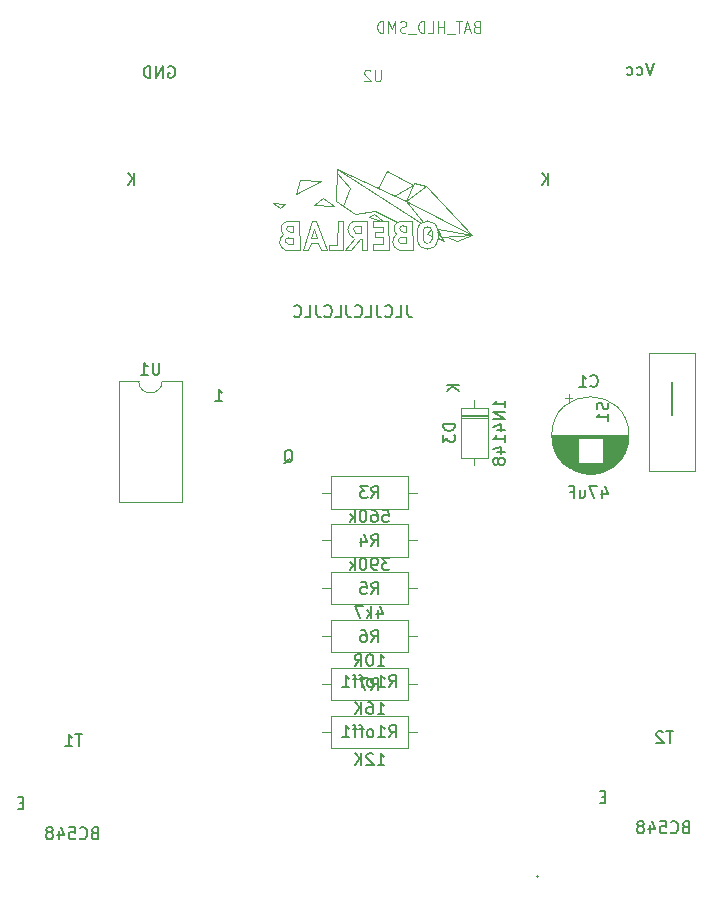
<source format=gbr>
%TF.GenerationSoftware,KiCad,Pcbnew,8.0.1*%
%TF.CreationDate,2024-04-02T10:31:50+02:00*%
%TF.ProjectId,Tiger,54696765-722e-46b6-9963-61645f706362,rev?*%
%TF.SameCoordinates,Original*%
%TF.FileFunction,Legend,Bot*%
%TF.FilePolarity,Positive*%
%FSLAX46Y46*%
G04 Gerber Fmt 4.6, Leading zero omitted, Abs format (unit mm)*
G04 Created by KiCad (PCBNEW 8.0.1) date 2024-04-02 10:31:50*
%MOMM*%
%LPD*%
G01*
G04 APERTURE LIST*
%ADD10C,0.150000*%
%ADD11C,0.050000*%
%ADD12C,0.120000*%
%ADD13C,0.010000*%
G04 APERTURE END LIST*
D10*
X90170000Y-76708000D02*
X90170000Y-79502000D01*
X67703506Y-70243819D02*
X67703506Y-70958104D01*
X67703506Y-70958104D02*
X67751125Y-71100961D01*
X67751125Y-71100961D02*
X67846363Y-71196200D01*
X67846363Y-71196200D02*
X67989220Y-71243819D01*
X67989220Y-71243819D02*
X68084458Y-71243819D01*
X66751125Y-71243819D02*
X67227315Y-71243819D01*
X67227315Y-71243819D02*
X67227315Y-70243819D01*
X65846363Y-71148580D02*
X65893982Y-71196200D01*
X65893982Y-71196200D02*
X66036839Y-71243819D01*
X66036839Y-71243819D02*
X66132077Y-71243819D01*
X66132077Y-71243819D02*
X66274934Y-71196200D01*
X66274934Y-71196200D02*
X66370172Y-71100961D01*
X66370172Y-71100961D02*
X66417791Y-71005723D01*
X66417791Y-71005723D02*
X66465410Y-70815247D01*
X66465410Y-70815247D02*
X66465410Y-70672390D01*
X66465410Y-70672390D02*
X66417791Y-70481914D01*
X66417791Y-70481914D02*
X66370172Y-70386676D01*
X66370172Y-70386676D02*
X66274934Y-70291438D01*
X66274934Y-70291438D02*
X66132077Y-70243819D01*
X66132077Y-70243819D02*
X66036839Y-70243819D01*
X66036839Y-70243819D02*
X65893982Y-70291438D01*
X65893982Y-70291438D02*
X65846363Y-70339057D01*
X65132077Y-70243819D02*
X65132077Y-70958104D01*
X65132077Y-70958104D02*
X65179696Y-71100961D01*
X65179696Y-71100961D02*
X65274934Y-71196200D01*
X65274934Y-71196200D02*
X65417791Y-71243819D01*
X65417791Y-71243819D02*
X65513029Y-71243819D01*
X64179696Y-71243819D02*
X64655886Y-71243819D01*
X64655886Y-71243819D02*
X64655886Y-70243819D01*
X63274934Y-71148580D02*
X63322553Y-71196200D01*
X63322553Y-71196200D02*
X63465410Y-71243819D01*
X63465410Y-71243819D02*
X63560648Y-71243819D01*
X63560648Y-71243819D02*
X63703505Y-71196200D01*
X63703505Y-71196200D02*
X63798743Y-71100961D01*
X63798743Y-71100961D02*
X63846362Y-71005723D01*
X63846362Y-71005723D02*
X63893981Y-70815247D01*
X63893981Y-70815247D02*
X63893981Y-70672390D01*
X63893981Y-70672390D02*
X63846362Y-70481914D01*
X63846362Y-70481914D02*
X63798743Y-70386676D01*
X63798743Y-70386676D02*
X63703505Y-70291438D01*
X63703505Y-70291438D02*
X63560648Y-70243819D01*
X63560648Y-70243819D02*
X63465410Y-70243819D01*
X63465410Y-70243819D02*
X63322553Y-70291438D01*
X63322553Y-70291438D02*
X63274934Y-70339057D01*
X62560648Y-70243819D02*
X62560648Y-70958104D01*
X62560648Y-70958104D02*
X62608267Y-71100961D01*
X62608267Y-71100961D02*
X62703505Y-71196200D01*
X62703505Y-71196200D02*
X62846362Y-71243819D01*
X62846362Y-71243819D02*
X62941600Y-71243819D01*
X61608267Y-71243819D02*
X62084457Y-71243819D01*
X62084457Y-71243819D02*
X62084457Y-70243819D01*
X60703505Y-71148580D02*
X60751124Y-71196200D01*
X60751124Y-71196200D02*
X60893981Y-71243819D01*
X60893981Y-71243819D02*
X60989219Y-71243819D01*
X60989219Y-71243819D02*
X61132076Y-71196200D01*
X61132076Y-71196200D02*
X61227314Y-71100961D01*
X61227314Y-71100961D02*
X61274933Y-71005723D01*
X61274933Y-71005723D02*
X61322552Y-70815247D01*
X61322552Y-70815247D02*
X61322552Y-70672390D01*
X61322552Y-70672390D02*
X61274933Y-70481914D01*
X61274933Y-70481914D02*
X61227314Y-70386676D01*
X61227314Y-70386676D02*
X61132076Y-70291438D01*
X61132076Y-70291438D02*
X60989219Y-70243819D01*
X60989219Y-70243819D02*
X60893981Y-70243819D01*
X60893981Y-70243819D02*
X60751124Y-70291438D01*
X60751124Y-70291438D02*
X60703505Y-70339057D01*
X59989219Y-70243819D02*
X59989219Y-70958104D01*
X59989219Y-70958104D02*
X60036838Y-71100961D01*
X60036838Y-71100961D02*
X60132076Y-71196200D01*
X60132076Y-71196200D02*
X60274933Y-71243819D01*
X60274933Y-71243819D02*
X60370171Y-71243819D01*
X59036838Y-71243819D02*
X59513028Y-71243819D01*
X59513028Y-71243819D02*
X59513028Y-70243819D01*
X58132076Y-71148580D02*
X58179695Y-71196200D01*
X58179695Y-71196200D02*
X58322552Y-71243819D01*
X58322552Y-71243819D02*
X58417790Y-71243819D01*
X58417790Y-71243819D02*
X58560647Y-71196200D01*
X58560647Y-71196200D02*
X58655885Y-71100961D01*
X58655885Y-71100961D02*
X58703504Y-71005723D01*
X58703504Y-71005723D02*
X58751123Y-70815247D01*
X58751123Y-70815247D02*
X58751123Y-70672390D01*
X58751123Y-70672390D02*
X58703504Y-70481914D01*
X58703504Y-70481914D02*
X58655885Y-70386676D01*
X58655885Y-70386676D02*
X58560647Y-70291438D01*
X58560647Y-70291438D02*
X58417790Y-70243819D01*
X58417790Y-70243819D02*
X58322552Y-70243819D01*
X58322552Y-70243819D02*
X58179695Y-70291438D01*
X58179695Y-70291438D02*
X58132076Y-70339057D01*
X44621220Y-60067819D02*
X44621220Y-59067819D01*
X44049792Y-60067819D02*
X44478363Y-59496390D01*
X44049792Y-59067819D02*
X44621220Y-59639247D01*
X41239887Y-114916009D02*
X41097030Y-114963628D01*
X41097030Y-114963628D02*
X41049411Y-115011247D01*
X41049411Y-115011247D02*
X41001792Y-115106485D01*
X41001792Y-115106485D02*
X41001792Y-115249342D01*
X41001792Y-115249342D02*
X41049411Y-115344580D01*
X41049411Y-115344580D02*
X41097030Y-115392200D01*
X41097030Y-115392200D02*
X41192268Y-115439819D01*
X41192268Y-115439819D02*
X41573220Y-115439819D01*
X41573220Y-115439819D02*
X41573220Y-114439819D01*
X41573220Y-114439819D02*
X41239887Y-114439819D01*
X41239887Y-114439819D02*
X41144649Y-114487438D01*
X41144649Y-114487438D02*
X41097030Y-114535057D01*
X41097030Y-114535057D02*
X41049411Y-114630295D01*
X41049411Y-114630295D02*
X41049411Y-114725533D01*
X41049411Y-114725533D02*
X41097030Y-114820771D01*
X41097030Y-114820771D02*
X41144649Y-114868390D01*
X41144649Y-114868390D02*
X41239887Y-114916009D01*
X41239887Y-114916009D02*
X41573220Y-114916009D01*
X40001792Y-115344580D02*
X40049411Y-115392200D01*
X40049411Y-115392200D02*
X40192268Y-115439819D01*
X40192268Y-115439819D02*
X40287506Y-115439819D01*
X40287506Y-115439819D02*
X40430363Y-115392200D01*
X40430363Y-115392200D02*
X40525601Y-115296961D01*
X40525601Y-115296961D02*
X40573220Y-115201723D01*
X40573220Y-115201723D02*
X40620839Y-115011247D01*
X40620839Y-115011247D02*
X40620839Y-114868390D01*
X40620839Y-114868390D02*
X40573220Y-114677914D01*
X40573220Y-114677914D02*
X40525601Y-114582676D01*
X40525601Y-114582676D02*
X40430363Y-114487438D01*
X40430363Y-114487438D02*
X40287506Y-114439819D01*
X40287506Y-114439819D02*
X40192268Y-114439819D01*
X40192268Y-114439819D02*
X40049411Y-114487438D01*
X40049411Y-114487438D02*
X40001792Y-114535057D01*
X39097030Y-114439819D02*
X39573220Y-114439819D01*
X39573220Y-114439819D02*
X39620839Y-114916009D01*
X39620839Y-114916009D02*
X39573220Y-114868390D01*
X39573220Y-114868390D02*
X39477982Y-114820771D01*
X39477982Y-114820771D02*
X39239887Y-114820771D01*
X39239887Y-114820771D02*
X39144649Y-114868390D01*
X39144649Y-114868390D02*
X39097030Y-114916009D01*
X39097030Y-114916009D02*
X39049411Y-115011247D01*
X39049411Y-115011247D02*
X39049411Y-115249342D01*
X39049411Y-115249342D02*
X39097030Y-115344580D01*
X39097030Y-115344580D02*
X39144649Y-115392200D01*
X39144649Y-115392200D02*
X39239887Y-115439819D01*
X39239887Y-115439819D02*
X39477982Y-115439819D01*
X39477982Y-115439819D02*
X39573220Y-115392200D01*
X39573220Y-115392200D02*
X39620839Y-115344580D01*
X38192268Y-114773152D02*
X38192268Y-115439819D01*
X38430363Y-114392200D02*
X38668458Y-115106485D01*
X38668458Y-115106485D02*
X38049411Y-115106485D01*
X37525601Y-114868390D02*
X37620839Y-114820771D01*
X37620839Y-114820771D02*
X37668458Y-114773152D01*
X37668458Y-114773152D02*
X37716077Y-114677914D01*
X37716077Y-114677914D02*
X37716077Y-114630295D01*
X37716077Y-114630295D02*
X37668458Y-114535057D01*
X37668458Y-114535057D02*
X37620839Y-114487438D01*
X37620839Y-114487438D02*
X37525601Y-114439819D01*
X37525601Y-114439819D02*
X37335125Y-114439819D01*
X37335125Y-114439819D02*
X37239887Y-114487438D01*
X37239887Y-114487438D02*
X37192268Y-114535057D01*
X37192268Y-114535057D02*
X37144649Y-114630295D01*
X37144649Y-114630295D02*
X37144649Y-114677914D01*
X37144649Y-114677914D02*
X37192268Y-114773152D01*
X37192268Y-114773152D02*
X37239887Y-114820771D01*
X37239887Y-114820771D02*
X37335125Y-114868390D01*
X37335125Y-114868390D02*
X37525601Y-114868390D01*
X37525601Y-114868390D02*
X37620839Y-114916009D01*
X37620839Y-114916009D02*
X37668458Y-114963628D01*
X37668458Y-114963628D02*
X37716077Y-115058866D01*
X37716077Y-115058866D02*
X37716077Y-115249342D01*
X37716077Y-115249342D02*
X37668458Y-115344580D01*
X37668458Y-115344580D02*
X37620839Y-115392200D01*
X37620839Y-115392200D02*
X37525601Y-115439819D01*
X37525601Y-115439819D02*
X37335125Y-115439819D01*
X37335125Y-115439819D02*
X37239887Y-115392200D01*
X37239887Y-115392200D02*
X37192268Y-115344580D01*
X37192268Y-115344580D02*
X37144649Y-115249342D01*
X37144649Y-115249342D02*
X37144649Y-115058866D01*
X37144649Y-115058866D02*
X37192268Y-114963628D01*
X37192268Y-114963628D02*
X37239887Y-114916009D01*
X37239887Y-114916009D02*
X37335125Y-114868390D01*
X51463411Y-78355819D02*
X52034839Y-78355819D01*
X51749125Y-78355819D02*
X51749125Y-77355819D01*
X51749125Y-77355819D02*
X51844363Y-77498676D01*
X51844363Y-77498676D02*
X51939601Y-77593914D01*
X51939601Y-77593914D02*
X52034839Y-77641533D01*
X35223220Y-112376009D02*
X34889887Y-112376009D01*
X34747030Y-112899819D02*
X35223220Y-112899819D01*
X35223220Y-112899819D02*
X35223220Y-111899819D01*
X35223220Y-111899819D02*
X34747030Y-111899819D01*
X47497904Y-50048438D02*
X47593142Y-50000819D01*
X47593142Y-50000819D02*
X47735999Y-50000819D01*
X47735999Y-50000819D02*
X47878856Y-50048438D01*
X47878856Y-50048438D02*
X47974094Y-50143676D01*
X47974094Y-50143676D02*
X48021713Y-50238914D01*
X48021713Y-50238914D02*
X48069332Y-50429390D01*
X48069332Y-50429390D02*
X48069332Y-50572247D01*
X48069332Y-50572247D02*
X48021713Y-50762723D01*
X48021713Y-50762723D02*
X47974094Y-50857961D01*
X47974094Y-50857961D02*
X47878856Y-50953200D01*
X47878856Y-50953200D02*
X47735999Y-51000819D01*
X47735999Y-51000819D02*
X47640761Y-51000819D01*
X47640761Y-51000819D02*
X47497904Y-50953200D01*
X47497904Y-50953200D02*
X47450285Y-50905580D01*
X47450285Y-50905580D02*
X47450285Y-50572247D01*
X47450285Y-50572247D02*
X47640761Y-50572247D01*
X47021713Y-51000819D02*
X47021713Y-50000819D01*
X47021713Y-50000819D02*
X46450285Y-51000819D01*
X46450285Y-51000819D02*
X46450285Y-50000819D01*
X45974094Y-51000819D02*
X45974094Y-50000819D01*
X45974094Y-50000819D02*
X45735999Y-50000819D01*
X45735999Y-50000819D02*
X45593142Y-50048438D01*
X45593142Y-50048438D02*
X45497904Y-50143676D01*
X45497904Y-50143676D02*
X45450285Y-50238914D01*
X45450285Y-50238914D02*
X45402666Y-50429390D01*
X45402666Y-50429390D02*
X45402666Y-50572247D01*
X45402666Y-50572247D02*
X45450285Y-50762723D01*
X45450285Y-50762723D02*
X45497904Y-50857961D01*
X45497904Y-50857961D02*
X45593142Y-50953200D01*
X45593142Y-50953200D02*
X45735999Y-51000819D01*
X45735999Y-51000819D02*
X45974094Y-51000819D01*
X91277887Y-114408009D02*
X91135030Y-114455628D01*
X91135030Y-114455628D02*
X91087411Y-114503247D01*
X91087411Y-114503247D02*
X91039792Y-114598485D01*
X91039792Y-114598485D02*
X91039792Y-114741342D01*
X91039792Y-114741342D02*
X91087411Y-114836580D01*
X91087411Y-114836580D02*
X91135030Y-114884200D01*
X91135030Y-114884200D02*
X91230268Y-114931819D01*
X91230268Y-114931819D02*
X91611220Y-114931819D01*
X91611220Y-114931819D02*
X91611220Y-113931819D01*
X91611220Y-113931819D02*
X91277887Y-113931819D01*
X91277887Y-113931819D02*
X91182649Y-113979438D01*
X91182649Y-113979438D02*
X91135030Y-114027057D01*
X91135030Y-114027057D02*
X91087411Y-114122295D01*
X91087411Y-114122295D02*
X91087411Y-114217533D01*
X91087411Y-114217533D02*
X91135030Y-114312771D01*
X91135030Y-114312771D02*
X91182649Y-114360390D01*
X91182649Y-114360390D02*
X91277887Y-114408009D01*
X91277887Y-114408009D02*
X91611220Y-114408009D01*
X90039792Y-114836580D02*
X90087411Y-114884200D01*
X90087411Y-114884200D02*
X90230268Y-114931819D01*
X90230268Y-114931819D02*
X90325506Y-114931819D01*
X90325506Y-114931819D02*
X90468363Y-114884200D01*
X90468363Y-114884200D02*
X90563601Y-114788961D01*
X90563601Y-114788961D02*
X90611220Y-114693723D01*
X90611220Y-114693723D02*
X90658839Y-114503247D01*
X90658839Y-114503247D02*
X90658839Y-114360390D01*
X90658839Y-114360390D02*
X90611220Y-114169914D01*
X90611220Y-114169914D02*
X90563601Y-114074676D01*
X90563601Y-114074676D02*
X90468363Y-113979438D01*
X90468363Y-113979438D02*
X90325506Y-113931819D01*
X90325506Y-113931819D02*
X90230268Y-113931819D01*
X90230268Y-113931819D02*
X90087411Y-113979438D01*
X90087411Y-113979438D02*
X90039792Y-114027057D01*
X89135030Y-113931819D02*
X89611220Y-113931819D01*
X89611220Y-113931819D02*
X89658839Y-114408009D01*
X89658839Y-114408009D02*
X89611220Y-114360390D01*
X89611220Y-114360390D02*
X89515982Y-114312771D01*
X89515982Y-114312771D02*
X89277887Y-114312771D01*
X89277887Y-114312771D02*
X89182649Y-114360390D01*
X89182649Y-114360390D02*
X89135030Y-114408009D01*
X89135030Y-114408009D02*
X89087411Y-114503247D01*
X89087411Y-114503247D02*
X89087411Y-114741342D01*
X89087411Y-114741342D02*
X89135030Y-114836580D01*
X89135030Y-114836580D02*
X89182649Y-114884200D01*
X89182649Y-114884200D02*
X89277887Y-114931819D01*
X89277887Y-114931819D02*
X89515982Y-114931819D01*
X89515982Y-114931819D02*
X89611220Y-114884200D01*
X89611220Y-114884200D02*
X89658839Y-114836580D01*
X88230268Y-114265152D02*
X88230268Y-114931819D01*
X88468363Y-113884200D02*
X88706458Y-114598485D01*
X88706458Y-114598485D02*
X88087411Y-114598485D01*
X87563601Y-114360390D02*
X87658839Y-114312771D01*
X87658839Y-114312771D02*
X87706458Y-114265152D01*
X87706458Y-114265152D02*
X87754077Y-114169914D01*
X87754077Y-114169914D02*
X87754077Y-114122295D01*
X87754077Y-114122295D02*
X87706458Y-114027057D01*
X87706458Y-114027057D02*
X87658839Y-113979438D01*
X87658839Y-113979438D02*
X87563601Y-113931819D01*
X87563601Y-113931819D02*
X87373125Y-113931819D01*
X87373125Y-113931819D02*
X87277887Y-113979438D01*
X87277887Y-113979438D02*
X87230268Y-114027057D01*
X87230268Y-114027057D02*
X87182649Y-114122295D01*
X87182649Y-114122295D02*
X87182649Y-114169914D01*
X87182649Y-114169914D02*
X87230268Y-114265152D01*
X87230268Y-114265152D02*
X87277887Y-114312771D01*
X87277887Y-114312771D02*
X87373125Y-114360390D01*
X87373125Y-114360390D02*
X87563601Y-114360390D01*
X87563601Y-114360390D02*
X87658839Y-114408009D01*
X87658839Y-114408009D02*
X87706458Y-114455628D01*
X87706458Y-114455628D02*
X87754077Y-114550866D01*
X87754077Y-114550866D02*
X87754077Y-114741342D01*
X87754077Y-114741342D02*
X87706458Y-114836580D01*
X87706458Y-114836580D02*
X87658839Y-114884200D01*
X87658839Y-114884200D02*
X87563601Y-114931819D01*
X87563601Y-114931819D02*
X87373125Y-114931819D01*
X87373125Y-114931819D02*
X87277887Y-114884200D01*
X87277887Y-114884200D02*
X87230268Y-114836580D01*
X87230268Y-114836580D02*
X87182649Y-114741342D01*
X87182649Y-114741342D02*
X87182649Y-114550866D01*
X87182649Y-114550866D02*
X87230268Y-114455628D01*
X87230268Y-114455628D02*
X87277887Y-114408009D01*
X87277887Y-114408009D02*
X87373125Y-114360390D01*
X79673220Y-60067819D02*
X79673220Y-59067819D01*
X79101792Y-60067819D02*
X79530363Y-59496390D01*
X79101792Y-59067819D02*
X79673220Y-59639247D01*
X40192077Y-106565819D02*
X39620649Y-106565819D01*
X39906363Y-107565819D02*
X39906363Y-106565819D01*
X38763506Y-107565819D02*
X39334934Y-107565819D01*
X39049220Y-107565819D02*
X39049220Y-106565819D01*
X39049220Y-106565819D02*
X39144458Y-106708676D01*
X39144458Y-106708676D02*
X39239696Y-106803914D01*
X39239696Y-106803914D02*
X39334934Y-106851533D01*
X84499220Y-111868009D02*
X84165887Y-111868009D01*
X84023030Y-112391819D02*
X84499220Y-112391819D01*
X84499220Y-112391819D02*
X84499220Y-111391819D01*
X84499220Y-111391819D02*
X84023030Y-111391819D01*
X90230077Y-106311819D02*
X89658649Y-106311819D01*
X89944363Y-107311819D02*
X89944363Y-106311819D01*
X89372934Y-106407057D02*
X89325315Y-106359438D01*
X89325315Y-106359438D02*
X89230077Y-106311819D01*
X89230077Y-106311819D02*
X88991982Y-106311819D01*
X88991982Y-106311819D02*
X88896744Y-106359438D01*
X88896744Y-106359438D02*
X88849125Y-106407057D01*
X88849125Y-106407057D02*
X88801506Y-106502295D01*
X88801506Y-106502295D02*
X88801506Y-106597533D01*
X88801506Y-106597533D02*
X88849125Y-106740390D01*
X88849125Y-106740390D02*
X89420553Y-107311819D01*
X89420553Y-107311819D02*
X88801506Y-107311819D01*
X88566475Y-49746819D02*
X88233142Y-50746819D01*
X88233142Y-50746819D02*
X87899809Y-49746819D01*
X87137904Y-50699200D02*
X87233142Y-50746819D01*
X87233142Y-50746819D02*
X87423618Y-50746819D01*
X87423618Y-50746819D02*
X87518856Y-50699200D01*
X87518856Y-50699200D02*
X87566475Y-50651580D01*
X87566475Y-50651580D02*
X87614094Y-50556342D01*
X87614094Y-50556342D02*
X87614094Y-50270628D01*
X87614094Y-50270628D02*
X87566475Y-50175390D01*
X87566475Y-50175390D02*
X87518856Y-50127771D01*
X87518856Y-50127771D02*
X87423618Y-50080152D01*
X87423618Y-50080152D02*
X87233142Y-50080152D01*
X87233142Y-50080152D02*
X87137904Y-50127771D01*
X86280761Y-50699200D02*
X86375999Y-50746819D01*
X86375999Y-50746819D02*
X86566475Y-50746819D01*
X86566475Y-50746819D02*
X86661713Y-50699200D01*
X86661713Y-50699200D02*
X86709332Y-50651580D01*
X86709332Y-50651580D02*
X86756951Y-50556342D01*
X86756951Y-50556342D02*
X86756951Y-50270628D01*
X86756951Y-50270628D02*
X86709332Y-50175390D01*
X86709332Y-50175390D02*
X86661713Y-50127771D01*
X86661713Y-50127771D02*
X86566475Y-50080152D01*
X86566475Y-50080152D02*
X86375999Y-50080152D01*
X86375999Y-50080152D02*
X86280761Y-50127771D01*
X64682666Y-90624819D02*
X65015999Y-90148628D01*
X65254094Y-90624819D02*
X65254094Y-89624819D01*
X65254094Y-89624819D02*
X64873142Y-89624819D01*
X64873142Y-89624819D02*
X64777904Y-89672438D01*
X64777904Y-89672438D02*
X64730285Y-89720057D01*
X64730285Y-89720057D02*
X64682666Y-89815295D01*
X64682666Y-89815295D02*
X64682666Y-89958152D01*
X64682666Y-89958152D02*
X64730285Y-90053390D01*
X64730285Y-90053390D02*
X64777904Y-90101009D01*
X64777904Y-90101009D02*
X64873142Y-90148628D01*
X64873142Y-90148628D02*
X65254094Y-90148628D01*
X63825523Y-89958152D02*
X63825523Y-90624819D01*
X64063618Y-89577200D02*
X64301713Y-90291485D01*
X64301713Y-90291485D02*
X63682666Y-90291485D01*
X66206475Y-91656819D02*
X65587428Y-91656819D01*
X65587428Y-91656819D02*
X65920761Y-92037771D01*
X65920761Y-92037771D02*
X65777904Y-92037771D01*
X65777904Y-92037771D02*
X65682666Y-92085390D01*
X65682666Y-92085390D02*
X65635047Y-92133009D01*
X65635047Y-92133009D02*
X65587428Y-92228247D01*
X65587428Y-92228247D02*
X65587428Y-92466342D01*
X65587428Y-92466342D02*
X65635047Y-92561580D01*
X65635047Y-92561580D02*
X65682666Y-92609200D01*
X65682666Y-92609200D02*
X65777904Y-92656819D01*
X65777904Y-92656819D02*
X66063618Y-92656819D01*
X66063618Y-92656819D02*
X66158856Y-92609200D01*
X66158856Y-92609200D02*
X66206475Y-92561580D01*
X65111237Y-92656819D02*
X64920761Y-92656819D01*
X64920761Y-92656819D02*
X64825523Y-92609200D01*
X64825523Y-92609200D02*
X64777904Y-92561580D01*
X64777904Y-92561580D02*
X64682666Y-92418723D01*
X64682666Y-92418723D02*
X64635047Y-92228247D01*
X64635047Y-92228247D02*
X64635047Y-91847295D01*
X64635047Y-91847295D02*
X64682666Y-91752057D01*
X64682666Y-91752057D02*
X64730285Y-91704438D01*
X64730285Y-91704438D02*
X64825523Y-91656819D01*
X64825523Y-91656819D02*
X65015999Y-91656819D01*
X65015999Y-91656819D02*
X65111237Y-91704438D01*
X65111237Y-91704438D02*
X65158856Y-91752057D01*
X65158856Y-91752057D02*
X65206475Y-91847295D01*
X65206475Y-91847295D02*
X65206475Y-92085390D01*
X65206475Y-92085390D02*
X65158856Y-92180628D01*
X65158856Y-92180628D02*
X65111237Y-92228247D01*
X65111237Y-92228247D02*
X65015999Y-92275866D01*
X65015999Y-92275866D02*
X64825523Y-92275866D01*
X64825523Y-92275866D02*
X64730285Y-92228247D01*
X64730285Y-92228247D02*
X64682666Y-92180628D01*
X64682666Y-92180628D02*
X64635047Y-92085390D01*
X64015999Y-91656819D02*
X63920761Y-91656819D01*
X63920761Y-91656819D02*
X63825523Y-91704438D01*
X63825523Y-91704438D02*
X63777904Y-91752057D01*
X63777904Y-91752057D02*
X63730285Y-91847295D01*
X63730285Y-91847295D02*
X63682666Y-92037771D01*
X63682666Y-92037771D02*
X63682666Y-92275866D01*
X63682666Y-92275866D02*
X63730285Y-92466342D01*
X63730285Y-92466342D02*
X63777904Y-92561580D01*
X63777904Y-92561580D02*
X63825523Y-92609200D01*
X63825523Y-92609200D02*
X63920761Y-92656819D01*
X63920761Y-92656819D02*
X64015999Y-92656819D01*
X64015999Y-92656819D02*
X64111237Y-92609200D01*
X64111237Y-92609200D02*
X64158856Y-92561580D01*
X64158856Y-92561580D02*
X64206475Y-92466342D01*
X64206475Y-92466342D02*
X64254094Y-92275866D01*
X64254094Y-92275866D02*
X64254094Y-92037771D01*
X64254094Y-92037771D02*
X64206475Y-91847295D01*
X64206475Y-91847295D02*
X64158856Y-91752057D01*
X64158856Y-91752057D02*
X64111237Y-91704438D01*
X64111237Y-91704438D02*
X64015999Y-91656819D01*
X63254094Y-92656819D02*
X63254094Y-91656819D01*
X63158856Y-92275866D02*
X62873142Y-92656819D01*
X62873142Y-91990152D02*
X63254094Y-92371104D01*
X71740819Y-80287905D02*
X70740819Y-80287905D01*
X70740819Y-80287905D02*
X70740819Y-80526000D01*
X70740819Y-80526000D02*
X70788438Y-80668857D01*
X70788438Y-80668857D02*
X70883676Y-80764095D01*
X70883676Y-80764095D02*
X70978914Y-80811714D01*
X70978914Y-80811714D02*
X71169390Y-80859333D01*
X71169390Y-80859333D02*
X71312247Y-80859333D01*
X71312247Y-80859333D02*
X71502723Y-80811714D01*
X71502723Y-80811714D02*
X71597961Y-80764095D01*
X71597961Y-80764095D02*
X71693200Y-80668857D01*
X71693200Y-80668857D02*
X71740819Y-80526000D01*
X71740819Y-80526000D02*
X71740819Y-80287905D01*
X70740819Y-81192667D02*
X70740819Y-81811714D01*
X70740819Y-81811714D02*
X71121771Y-81478381D01*
X71121771Y-81478381D02*
X71121771Y-81621238D01*
X71121771Y-81621238D02*
X71169390Y-81716476D01*
X71169390Y-81716476D02*
X71217009Y-81764095D01*
X71217009Y-81764095D02*
X71312247Y-81811714D01*
X71312247Y-81811714D02*
X71550342Y-81811714D01*
X71550342Y-81811714D02*
X71645580Y-81764095D01*
X71645580Y-81764095D02*
X71693200Y-81716476D01*
X71693200Y-81716476D02*
X71740819Y-81621238D01*
X71740819Y-81621238D02*
X71740819Y-81335524D01*
X71740819Y-81335524D02*
X71693200Y-81240286D01*
X71693200Y-81240286D02*
X71645580Y-81192667D01*
X75980819Y-78883142D02*
X75980819Y-78311714D01*
X75980819Y-78597428D02*
X74980819Y-78597428D01*
X74980819Y-78597428D02*
X75123676Y-78502190D01*
X75123676Y-78502190D02*
X75218914Y-78406952D01*
X75218914Y-78406952D02*
X75266533Y-78311714D01*
X75980819Y-79311714D02*
X74980819Y-79311714D01*
X74980819Y-79311714D02*
X75980819Y-79883142D01*
X75980819Y-79883142D02*
X74980819Y-79883142D01*
X75314152Y-80787904D02*
X75980819Y-80787904D01*
X74933200Y-80549809D02*
X75647485Y-80311714D01*
X75647485Y-80311714D02*
X75647485Y-80930761D01*
X75980819Y-81835523D02*
X75980819Y-81264095D01*
X75980819Y-81549809D02*
X74980819Y-81549809D01*
X74980819Y-81549809D02*
X75123676Y-81454571D01*
X75123676Y-81454571D02*
X75218914Y-81359333D01*
X75218914Y-81359333D02*
X75266533Y-81264095D01*
X75314152Y-82692666D02*
X75980819Y-82692666D01*
X74933200Y-82454571D02*
X75647485Y-82216476D01*
X75647485Y-82216476D02*
X75647485Y-82835523D01*
X75409390Y-83359333D02*
X75361771Y-83264095D01*
X75361771Y-83264095D02*
X75314152Y-83216476D01*
X75314152Y-83216476D02*
X75218914Y-83168857D01*
X75218914Y-83168857D02*
X75171295Y-83168857D01*
X75171295Y-83168857D02*
X75076057Y-83216476D01*
X75076057Y-83216476D02*
X75028438Y-83264095D01*
X75028438Y-83264095D02*
X74980819Y-83359333D01*
X74980819Y-83359333D02*
X74980819Y-83549809D01*
X74980819Y-83549809D02*
X75028438Y-83645047D01*
X75028438Y-83645047D02*
X75076057Y-83692666D01*
X75076057Y-83692666D02*
X75171295Y-83740285D01*
X75171295Y-83740285D02*
X75218914Y-83740285D01*
X75218914Y-83740285D02*
X75314152Y-83692666D01*
X75314152Y-83692666D02*
X75361771Y-83645047D01*
X75361771Y-83645047D02*
X75409390Y-83549809D01*
X75409390Y-83549809D02*
X75409390Y-83359333D01*
X75409390Y-83359333D02*
X75457009Y-83264095D01*
X75457009Y-83264095D02*
X75504628Y-83216476D01*
X75504628Y-83216476D02*
X75599866Y-83168857D01*
X75599866Y-83168857D02*
X75790342Y-83168857D01*
X75790342Y-83168857D02*
X75885580Y-83216476D01*
X75885580Y-83216476D02*
X75933200Y-83264095D01*
X75933200Y-83264095D02*
X75980819Y-83359333D01*
X75980819Y-83359333D02*
X75980819Y-83549809D01*
X75980819Y-83549809D02*
X75933200Y-83645047D01*
X75933200Y-83645047D02*
X75885580Y-83692666D01*
X75885580Y-83692666D02*
X75790342Y-83740285D01*
X75790342Y-83740285D02*
X75599866Y-83740285D01*
X75599866Y-83740285D02*
X75504628Y-83692666D01*
X75504628Y-83692666D02*
X75457009Y-83645047D01*
X75457009Y-83645047D02*
X75409390Y-83549809D01*
X72060819Y-76954095D02*
X71060819Y-76954095D01*
X72060819Y-77525523D02*
X71489390Y-77096952D01*
X71060819Y-77525523D02*
X71632247Y-76954095D01*
X64682666Y-86560819D02*
X65015999Y-86084628D01*
X65254094Y-86560819D02*
X65254094Y-85560819D01*
X65254094Y-85560819D02*
X64873142Y-85560819D01*
X64873142Y-85560819D02*
X64777904Y-85608438D01*
X64777904Y-85608438D02*
X64730285Y-85656057D01*
X64730285Y-85656057D02*
X64682666Y-85751295D01*
X64682666Y-85751295D02*
X64682666Y-85894152D01*
X64682666Y-85894152D02*
X64730285Y-85989390D01*
X64730285Y-85989390D02*
X64777904Y-86037009D01*
X64777904Y-86037009D02*
X64873142Y-86084628D01*
X64873142Y-86084628D02*
X65254094Y-86084628D01*
X64349332Y-85560819D02*
X63730285Y-85560819D01*
X63730285Y-85560819D02*
X64063618Y-85941771D01*
X64063618Y-85941771D02*
X63920761Y-85941771D01*
X63920761Y-85941771D02*
X63825523Y-85989390D01*
X63825523Y-85989390D02*
X63777904Y-86037009D01*
X63777904Y-86037009D02*
X63730285Y-86132247D01*
X63730285Y-86132247D02*
X63730285Y-86370342D01*
X63730285Y-86370342D02*
X63777904Y-86465580D01*
X63777904Y-86465580D02*
X63825523Y-86513200D01*
X63825523Y-86513200D02*
X63920761Y-86560819D01*
X63920761Y-86560819D02*
X64206475Y-86560819D01*
X64206475Y-86560819D02*
X64301713Y-86513200D01*
X64301713Y-86513200D02*
X64349332Y-86465580D01*
X65635047Y-87592819D02*
X66111237Y-87592819D01*
X66111237Y-87592819D02*
X66158856Y-88069009D01*
X66158856Y-88069009D02*
X66111237Y-88021390D01*
X66111237Y-88021390D02*
X66015999Y-87973771D01*
X66015999Y-87973771D02*
X65777904Y-87973771D01*
X65777904Y-87973771D02*
X65682666Y-88021390D01*
X65682666Y-88021390D02*
X65635047Y-88069009D01*
X65635047Y-88069009D02*
X65587428Y-88164247D01*
X65587428Y-88164247D02*
X65587428Y-88402342D01*
X65587428Y-88402342D02*
X65635047Y-88497580D01*
X65635047Y-88497580D02*
X65682666Y-88545200D01*
X65682666Y-88545200D02*
X65777904Y-88592819D01*
X65777904Y-88592819D02*
X66015999Y-88592819D01*
X66015999Y-88592819D02*
X66111237Y-88545200D01*
X66111237Y-88545200D02*
X66158856Y-88497580D01*
X64730285Y-87592819D02*
X64920761Y-87592819D01*
X64920761Y-87592819D02*
X65015999Y-87640438D01*
X65015999Y-87640438D02*
X65063618Y-87688057D01*
X65063618Y-87688057D02*
X65158856Y-87830914D01*
X65158856Y-87830914D02*
X65206475Y-88021390D01*
X65206475Y-88021390D02*
X65206475Y-88402342D01*
X65206475Y-88402342D02*
X65158856Y-88497580D01*
X65158856Y-88497580D02*
X65111237Y-88545200D01*
X65111237Y-88545200D02*
X65015999Y-88592819D01*
X65015999Y-88592819D02*
X64825523Y-88592819D01*
X64825523Y-88592819D02*
X64730285Y-88545200D01*
X64730285Y-88545200D02*
X64682666Y-88497580D01*
X64682666Y-88497580D02*
X64635047Y-88402342D01*
X64635047Y-88402342D02*
X64635047Y-88164247D01*
X64635047Y-88164247D02*
X64682666Y-88069009D01*
X64682666Y-88069009D02*
X64730285Y-88021390D01*
X64730285Y-88021390D02*
X64825523Y-87973771D01*
X64825523Y-87973771D02*
X65015999Y-87973771D01*
X65015999Y-87973771D02*
X65111237Y-88021390D01*
X65111237Y-88021390D02*
X65158856Y-88069009D01*
X65158856Y-88069009D02*
X65206475Y-88164247D01*
X64015999Y-87592819D02*
X63920761Y-87592819D01*
X63920761Y-87592819D02*
X63825523Y-87640438D01*
X63825523Y-87640438D02*
X63777904Y-87688057D01*
X63777904Y-87688057D02*
X63730285Y-87783295D01*
X63730285Y-87783295D02*
X63682666Y-87973771D01*
X63682666Y-87973771D02*
X63682666Y-88211866D01*
X63682666Y-88211866D02*
X63730285Y-88402342D01*
X63730285Y-88402342D02*
X63777904Y-88497580D01*
X63777904Y-88497580D02*
X63825523Y-88545200D01*
X63825523Y-88545200D02*
X63920761Y-88592819D01*
X63920761Y-88592819D02*
X64015999Y-88592819D01*
X64015999Y-88592819D02*
X64111237Y-88545200D01*
X64111237Y-88545200D02*
X64158856Y-88497580D01*
X64158856Y-88497580D02*
X64206475Y-88402342D01*
X64206475Y-88402342D02*
X64254094Y-88211866D01*
X64254094Y-88211866D02*
X64254094Y-87973771D01*
X64254094Y-87973771D02*
X64206475Y-87783295D01*
X64206475Y-87783295D02*
X64158856Y-87688057D01*
X64158856Y-87688057D02*
X64111237Y-87640438D01*
X64111237Y-87640438D02*
X64015999Y-87592819D01*
X63254094Y-88592819D02*
X63254094Y-87592819D01*
X63158856Y-88211866D02*
X62873142Y-88592819D01*
X62873142Y-87926152D02*
X63254094Y-88307104D01*
X84703200Y-78486095D02*
X84750819Y-78628952D01*
X84750819Y-78628952D02*
X84750819Y-78867047D01*
X84750819Y-78867047D02*
X84703200Y-78962285D01*
X84703200Y-78962285D02*
X84655580Y-79009904D01*
X84655580Y-79009904D02*
X84560342Y-79057523D01*
X84560342Y-79057523D02*
X84465104Y-79057523D01*
X84465104Y-79057523D02*
X84369866Y-79009904D01*
X84369866Y-79009904D02*
X84322247Y-78962285D01*
X84322247Y-78962285D02*
X84274628Y-78867047D01*
X84274628Y-78867047D02*
X84227009Y-78676571D01*
X84227009Y-78676571D02*
X84179390Y-78581333D01*
X84179390Y-78581333D02*
X84131771Y-78533714D01*
X84131771Y-78533714D02*
X84036533Y-78486095D01*
X84036533Y-78486095D02*
X83941295Y-78486095D01*
X83941295Y-78486095D02*
X83846057Y-78533714D01*
X83846057Y-78533714D02*
X83798438Y-78581333D01*
X83798438Y-78581333D02*
X83750819Y-78676571D01*
X83750819Y-78676571D02*
X83750819Y-78914666D01*
X83750819Y-78914666D02*
X83798438Y-79057523D01*
X84750819Y-80009904D02*
X84750819Y-79438476D01*
X84750819Y-79724190D02*
X83750819Y-79724190D01*
X83750819Y-79724190D02*
X83893676Y-79628952D01*
X83893676Y-79628952D02*
X83988914Y-79533714D01*
X83988914Y-79533714D02*
X84036533Y-79438476D01*
D11*
X65479714Y-50296019D02*
X65479714Y-51105542D01*
X65479714Y-51105542D02*
X65436857Y-51200780D01*
X65436857Y-51200780D02*
X65394000Y-51248400D01*
X65394000Y-51248400D02*
X65308285Y-51296019D01*
X65308285Y-51296019D02*
X65136857Y-51296019D01*
X65136857Y-51296019D02*
X65051142Y-51248400D01*
X65051142Y-51248400D02*
X65008285Y-51200780D01*
X65008285Y-51200780D02*
X64965428Y-51105542D01*
X64965428Y-51105542D02*
X64965428Y-50296019D01*
X64579714Y-50391257D02*
X64536857Y-50343638D01*
X64536857Y-50343638D02*
X64451143Y-50296019D01*
X64451143Y-50296019D02*
X64236857Y-50296019D01*
X64236857Y-50296019D02*
X64151143Y-50343638D01*
X64151143Y-50343638D02*
X64108285Y-50391257D01*
X64108285Y-50391257D02*
X64065428Y-50486495D01*
X64065428Y-50486495D02*
X64065428Y-50581733D01*
X64065428Y-50581733D02*
X64108285Y-50724590D01*
X64108285Y-50724590D02*
X64622571Y-51296019D01*
X64622571Y-51296019D02*
X64065428Y-51296019D01*
X73572570Y-46652209D02*
X73443998Y-46699828D01*
X73443998Y-46699828D02*
X73401141Y-46747447D01*
X73401141Y-46747447D02*
X73358284Y-46842685D01*
X73358284Y-46842685D02*
X73358284Y-46985542D01*
X73358284Y-46985542D02*
X73401141Y-47080780D01*
X73401141Y-47080780D02*
X73443998Y-47128400D01*
X73443998Y-47128400D02*
X73529713Y-47176019D01*
X73529713Y-47176019D02*
X73872570Y-47176019D01*
X73872570Y-47176019D02*
X73872570Y-46176019D01*
X73872570Y-46176019D02*
X73572570Y-46176019D01*
X73572570Y-46176019D02*
X73486856Y-46223638D01*
X73486856Y-46223638D02*
X73443998Y-46271257D01*
X73443998Y-46271257D02*
X73401141Y-46366495D01*
X73401141Y-46366495D02*
X73401141Y-46461733D01*
X73401141Y-46461733D02*
X73443998Y-46556971D01*
X73443998Y-46556971D02*
X73486856Y-46604590D01*
X73486856Y-46604590D02*
X73572570Y-46652209D01*
X73572570Y-46652209D02*
X73872570Y-46652209D01*
X73015427Y-46890304D02*
X72586856Y-46890304D01*
X73101141Y-47176019D02*
X72801141Y-46176019D01*
X72801141Y-46176019D02*
X72501141Y-47176019D01*
X72329712Y-46176019D02*
X71815427Y-46176019D01*
X72072569Y-47176019D02*
X72072569Y-46176019D01*
X71729713Y-47271257D02*
X71043998Y-47271257D01*
X70829713Y-47176019D02*
X70829713Y-46176019D01*
X70829713Y-46652209D02*
X70315427Y-46652209D01*
X70315427Y-47176019D02*
X70315427Y-46176019D01*
X69458284Y-47176019D02*
X69886856Y-47176019D01*
X69886856Y-47176019D02*
X69886856Y-46176019D01*
X69158285Y-47176019D02*
X69158285Y-46176019D01*
X69158285Y-46176019D02*
X68943999Y-46176019D01*
X68943999Y-46176019D02*
X68815428Y-46223638D01*
X68815428Y-46223638D02*
X68729713Y-46318876D01*
X68729713Y-46318876D02*
X68686856Y-46414114D01*
X68686856Y-46414114D02*
X68643999Y-46604590D01*
X68643999Y-46604590D02*
X68643999Y-46747447D01*
X68643999Y-46747447D02*
X68686856Y-46937923D01*
X68686856Y-46937923D02*
X68729713Y-47033161D01*
X68729713Y-47033161D02*
X68815428Y-47128400D01*
X68815428Y-47128400D02*
X68943999Y-47176019D01*
X68943999Y-47176019D02*
X69158285Y-47176019D01*
X68472571Y-47271257D02*
X67786856Y-47271257D01*
X67615428Y-47128400D02*
X67486857Y-47176019D01*
X67486857Y-47176019D02*
X67272571Y-47176019D01*
X67272571Y-47176019D02*
X67186857Y-47128400D01*
X67186857Y-47128400D02*
X67143999Y-47080780D01*
X67143999Y-47080780D02*
X67101142Y-46985542D01*
X67101142Y-46985542D02*
X67101142Y-46890304D01*
X67101142Y-46890304D02*
X67143999Y-46795066D01*
X67143999Y-46795066D02*
X67186857Y-46747447D01*
X67186857Y-46747447D02*
X67272571Y-46699828D01*
X67272571Y-46699828D02*
X67443999Y-46652209D01*
X67443999Y-46652209D02*
X67529714Y-46604590D01*
X67529714Y-46604590D02*
X67572571Y-46556971D01*
X67572571Y-46556971D02*
X67615428Y-46461733D01*
X67615428Y-46461733D02*
X67615428Y-46366495D01*
X67615428Y-46366495D02*
X67572571Y-46271257D01*
X67572571Y-46271257D02*
X67529714Y-46223638D01*
X67529714Y-46223638D02*
X67443999Y-46176019D01*
X67443999Y-46176019D02*
X67229714Y-46176019D01*
X67229714Y-46176019D02*
X67101142Y-46223638D01*
X66715428Y-47176019D02*
X66715428Y-46176019D01*
X66715428Y-46176019D02*
X66415428Y-46890304D01*
X66415428Y-46890304D02*
X66115428Y-46176019D01*
X66115428Y-46176019D02*
X66115428Y-47176019D01*
X65686857Y-47176019D02*
X65686857Y-46176019D01*
X65686857Y-46176019D02*
X65472571Y-46176019D01*
X65472571Y-46176019D02*
X65344000Y-46223638D01*
X65344000Y-46223638D02*
X65258285Y-46318876D01*
X65258285Y-46318876D02*
X65215428Y-46414114D01*
X65215428Y-46414114D02*
X65172571Y-46604590D01*
X65172571Y-46604590D02*
X65172571Y-46747447D01*
X65172571Y-46747447D02*
X65215428Y-46937923D01*
X65215428Y-46937923D02*
X65258285Y-47033161D01*
X65258285Y-47033161D02*
X65344000Y-47128400D01*
X65344000Y-47128400D02*
X65472571Y-47176019D01*
X65472571Y-47176019D02*
X65686857Y-47176019D01*
D10*
X46725904Y-75112819D02*
X46725904Y-75922342D01*
X46725904Y-75922342D02*
X46678285Y-76017580D01*
X46678285Y-76017580D02*
X46630666Y-76065200D01*
X46630666Y-76065200D02*
X46535428Y-76112819D01*
X46535428Y-76112819D02*
X46344952Y-76112819D01*
X46344952Y-76112819D02*
X46249714Y-76065200D01*
X46249714Y-76065200D02*
X46202095Y-76017580D01*
X46202095Y-76017580D02*
X46154476Y-75922342D01*
X46154476Y-75922342D02*
X46154476Y-75112819D01*
X45154476Y-76112819D02*
X45725904Y-76112819D01*
X45440190Y-76112819D02*
X45440190Y-75112819D01*
X45440190Y-75112819D02*
X45535428Y-75255676D01*
X45535428Y-75255676D02*
X45630666Y-75350914D01*
X45630666Y-75350914D02*
X45725904Y-75398533D01*
X57277047Y-83608057D02*
X57372285Y-83560438D01*
X57372285Y-83560438D02*
X57467523Y-83465200D01*
X57467523Y-83465200D02*
X57610380Y-83322342D01*
X57610380Y-83322342D02*
X57705618Y-83274723D01*
X57705618Y-83274723D02*
X57800856Y-83274723D01*
X57753237Y-83512819D02*
X57848475Y-83465200D01*
X57848475Y-83465200D02*
X57943713Y-83369961D01*
X57943713Y-83369961D02*
X57991332Y-83179485D01*
X57991332Y-83179485D02*
X57991332Y-82846152D01*
X57991332Y-82846152D02*
X57943713Y-82655676D01*
X57943713Y-82655676D02*
X57848475Y-82560438D01*
X57848475Y-82560438D02*
X57753237Y-82512819D01*
X57753237Y-82512819D02*
X57562761Y-82512819D01*
X57562761Y-82512819D02*
X57467523Y-82560438D01*
X57467523Y-82560438D02*
X57372285Y-82655676D01*
X57372285Y-82655676D02*
X57324666Y-82846152D01*
X57324666Y-82846152D02*
X57324666Y-83179485D01*
X57324666Y-83179485D02*
X57372285Y-83369961D01*
X57372285Y-83369961D02*
X57467523Y-83465200D01*
X57467523Y-83465200D02*
X57562761Y-83512819D01*
X57562761Y-83512819D02*
X57753237Y-83512819D01*
X66182667Y-102562819D02*
X66516000Y-102086628D01*
X66754095Y-102562819D02*
X66754095Y-101562819D01*
X66754095Y-101562819D02*
X66373143Y-101562819D01*
X66373143Y-101562819D02*
X66277905Y-101610438D01*
X66277905Y-101610438D02*
X66230286Y-101658057D01*
X66230286Y-101658057D02*
X66182667Y-101753295D01*
X66182667Y-101753295D02*
X66182667Y-101896152D01*
X66182667Y-101896152D02*
X66230286Y-101991390D01*
X66230286Y-101991390D02*
X66277905Y-102039009D01*
X66277905Y-102039009D02*
X66373143Y-102086628D01*
X66373143Y-102086628D02*
X66754095Y-102086628D01*
X65230286Y-102562819D02*
X65801714Y-102562819D01*
X65516000Y-102562819D02*
X65516000Y-101562819D01*
X65516000Y-101562819D02*
X65611238Y-101705676D01*
X65611238Y-101705676D02*
X65706476Y-101800914D01*
X65706476Y-101800914D02*
X65801714Y-101848533D01*
X64658857Y-102562819D02*
X64754095Y-102515200D01*
X64754095Y-102515200D02*
X64801714Y-102467580D01*
X64801714Y-102467580D02*
X64849333Y-102372342D01*
X64849333Y-102372342D02*
X64849333Y-102086628D01*
X64849333Y-102086628D02*
X64801714Y-101991390D01*
X64801714Y-101991390D02*
X64754095Y-101943771D01*
X64754095Y-101943771D02*
X64658857Y-101896152D01*
X64658857Y-101896152D02*
X64516000Y-101896152D01*
X64516000Y-101896152D02*
X64420762Y-101943771D01*
X64420762Y-101943771D02*
X64373143Y-101991390D01*
X64373143Y-101991390D02*
X64325524Y-102086628D01*
X64325524Y-102086628D02*
X64325524Y-102372342D01*
X64325524Y-102372342D02*
X64373143Y-102467580D01*
X64373143Y-102467580D02*
X64420762Y-102515200D01*
X64420762Y-102515200D02*
X64516000Y-102562819D01*
X64516000Y-102562819D02*
X64658857Y-102562819D01*
X64039809Y-101896152D02*
X63658857Y-101896152D01*
X63896952Y-102562819D02*
X63896952Y-101705676D01*
X63896952Y-101705676D02*
X63849333Y-101610438D01*
X63849333Y-101610438D02*
X63754095Y-101562819D01*
X63754095Y-101562819D02*
X63658857Y-101562819D01*
X63468380Y-101896152D02*
X63087428Y-101896152D01*
X63325523Y-102562819D02*
X63325523Y-101705676D01*
X63325523Y-101705676D02*
X63277904Y-101610438D01*
X63277904Y-101610438D02*
X63182666Y-101562819D01*
X63182666Y-101562819D02*
X63087428Y-101562819D01*
X62230285Y-102562819D02*
X62801713Y-102562819D01*
X62515999Y-102562819D02*
X62515999Y-101562819D01*
X62515999Y-101562819D02*
X62611237Y-101705676D01*
X62611237Y-101705676D02*
X62706475Y-101800914D01*
X62706475Y-101800914D02*
X62801713Y-101848533D01*
X65206476Y-109180819D02*
X65777904Y-109180819D01*
X65492190Y-109180819D02*
X65492190Y-108180819D01*
X65492190Y-108180819D02*
X65587428Y-108323676D01*
X65587428Y-108323676D02*
X65682666Y-108418914D01*
X65682666Y-108418914D02*
X65777904Y-108466533D01*
X64825523Y-108276057D02*
X64777904Y-108228438D01*
X64777904Y-108228438D02*
X64682666Y-108180819D01*
X64682666Y-108180819D02*
X64444571Y-108180819D01*
X64444571Y-108180819D02*
X64349333Y-108228438D01*
X64349333Y-108228438D02*
X64301714Y-108276057D01*
X64301714Y-108276057D02*
X64254095Y-108371295D01*
X64254095Y-108371295D02*
X64254095Y-108466533D01*
X64254095Y-108466533D02*
X64301714Y-108609390D01*
X64301714Y-108609390D02*
X64873142Y-109180819D01*
X64873142Y-109180819D02*
X64254095Y-109180819D01*
X63825523Y-109180819D02*
X63825523Y-108180819D01*
X63254095Y-109180819D02*
X63682666Y-108609390D01*
X63254095Y-108180819D02*
X63825523Y-108752247D01*
X66182667Y-106810819D02*
X66516000Y-106334628D01*
X66754095Y-106810819D02*
X66754095Y-105810819D01*
X66754095Y-105810819D02*
X66373143Y-105810819D01*
X66373143Y-105810819D02*
X66277905Y-105858438D01*
X66277905Y-105858438D02*
X66230286Y-105906057D01*
X66230286Y-105906057D02*
X66182667Y-106001295D01*
X66182667Y-106001295D02*
X66182667Y-106144152D01*
X66182667Y-106144152D02*
X66230286Y-106239390D01*
X66230286Y-106239390D02*
X66277905Y-106287009D01*
X66277905Y-106287009D02*
X66373143Y-106334628D01*
X66373143Y-106334628D02*
X66754095Y-106334628D01*
X65230286Y-106810819D02*
X65801714Y-106810819D01*
X65516000Y-106810819D02*
X65516000Y-105810819D01*
X65516000Y-105810819D02*
X65611238Y-105953676D01*
X65611238Y-105953676D02*
X65706476Y-106048914D01*
X65706476Y-106048914D02*
X65801714Y-106096533D01*
X64658857Y-106810819D02*
X64754095Y-106763200D01*
X64754095Y-106763200D02*
X64801714Y-106715580D01*
X64801714Y-106715580D02*
X64849333Y-106620342D01*
X64849333Y-106620342D02*
X64849333Y-106334628D01*
X64849333Y-106334628D02*
X64801714Y-106239390D01*
X64801714Y-106239390D02*
X64754095Y-106191771D01*
X64754095Y-106191771D02*
X64658857Y-106144152D01*
X64658857Y-106144152D02*
X64516000Y-106144152D01*
X64516000Y-106144152D02*
X64420762Y-106191771D01*
X64420762Y-106191771D02*
X64373143Y-106239390D01*
X64373143Y-106239390D02*
X64325524Y-106334628D01*
X64325524Y-106334628D02*
X64325524Y-106620342D01*
X64325524Y-106620342D02*
X64373143Y-106715580D01*
X64373143Y-106715580D02*
X64420762Y-106763200D01*
X64420762Y-106763200D02*
X64516000Y-106810819D01*
X64516000Y-106810819D02*
X64658857Y-106810819D01*
X64039809Y-106144152D02*
X63658857Y-106144152D01*
X63896952Y-106810819D02*
X63896952Y-105953676D01*
X63896952Y-105953676D02*
X63849333Y-105858438D01*
X63849333Y-105858438D02*
X63754095Y-105810819D01*
X63754095Y-105810819D02*
X63658857Y-105810819D01*
X63468380Y-106144152D02*
X63087428Y-106144152D01*
X63325523Y-106810819D02*
X63325523Y-105953676D01*
X63325523Y-105953676D02*
X63277904Y-105858438D01*
X63277904Y-105858438D02*
X63182666Y-105810819D01*
X63182666Y-105810819D02*
X63087428Y-105810819D01*
X62230285Y-106810819D02*
X62801713Y-106810819D01*
X62515999Y-106810819D02*
X62515999Y-105810819D01*
X62515999Y-105810819D02*
X62611237Y-105953676D01*
X62611237Y-105953676D02*
X62706475Y-106048914D01*
X62706475Y-106048914D02*
X62801713Y-106096533D01*
X64682666Y-94688819D02*
X65015999Y-94212628D01*
X65254094Y-94688819D02*
X65254094Y-93688819D01*
X65254094Y-93688819D02*
X64873142Y-93688819D01*
X64873142Y-93688819D02*
X64777904Y-93736438D01*
X64777904Y-93736438D02*
X64730285Y-93784057D01*
X64730285Y-93784057D02*
X64682666Y-93879295D01*
X64682666Y-93879295D02*
X64682666Y-94022152D01*
X64682666Y-94022152D02*
X64730285Y-94117390D01*
X64730285Y-94117390D02*
X64777904Y-94165009D01*
X64777904Y-94165009D02*
X64873142Y-94212628D01*
X64873142Y-94212628D02*
X65254094Y-94212628D01*
X63777904Y-93688819D02*
X64254094Y-93688819D01*
X64254094Y-93688819D02*
X64301713Y-94165009D01*
X64301713Y-94165009D02*
X64254094Y-94117390D01*
X64254094Y-94117390D02*
X64158856Y-94069771D01*
X64158856Y-94069771D02*
X63920761Y-94069771D01*
X63920761Y-94069771D02*
X63825523Y-94117390D01*
X63825523Y-94117390D02*
X63777904Y-94165009D01*
X63777904Y-94165009D02*
X63730285Y-94260247D01*
X63730285Y-94260247D02*
X63730285Y-94498342D01*
X63730285Y-94498342D02*
X63777904Y-94593580D01*
X63777904Y-94593580D02*
X63825523Y-94641200D01*
X63825523Y-94641200D02*
X63920761Y-94688819D01*
X63920761Y-94688819D02*
X64158856Y-94688819D01*
X64158856Y-94688819D02*
X64254094Y-94641200D01*
X64254094Y-94641200D02*
X64301713Y-94593580D01*
X65206476Y-96054152D02*
X65206476Y-96720819D01*
X65444571Y-95673200D02*
X65682666Y-96387485D01*
X65682666Y-96387485D02*
X65063619Y-96387485D01*
X64682666Y-96720819D02*
X64682666Y-95720819D01*
X64587428Y-96339866D02*
X64301714Y-96720819D01*
X64301714Y-96054152D02*
X64682666Y-96435104D01*
X63968380Y-95720819D02*
X63301714Y-95720819D01*
X63301714Y-95720819D02*
X63730285Y-96720819D01*
X83224666Y-77067580D02*
X83272285Y-77115200D01*
X83272285Y-77115200D02*
X83415142Y-77162819D01*
X83415142Y-77162819D02*
X83510380Y-77162819D01*
X83510380Y-77162819D02*
X83653237Y-77115200D01*
X83653237Y-77115200D02*
X83748475Y-77019961D01*
X83748475Y-77019961D02*
X83796094Y-76924723D01*
X83796094Y-76924723D02*
X83843713Y-76734247D01*
X83843713Y-76734247D02*
X83843713Y-76591390D01*
X83843713Y-76591390D02*
X83796094Y-76400914D01*
X83796094Y-76400914D02*
X83748475Y-76305676D01*
X83748475Y-76305676D02*
X83653237Y-76210438D01*
X83653237Y-76210438D02*
X83510380Y-76162819D01*
X83510380Y-76162819D02*
X83415142Y-76162819D01*
X83415142Y-76162819D02*
X83272285Y-76210438D01*
X83272285Y-76210438D02*
X83224666Y-76258057D01*
X82272285Y-77162819D02*
X82843713Y-77162819D01*
X82557999Y-77162819D02*
X82557999Y-76162819D01*
X82557999Y-76162819D02*
X82653237Y-76305676D01*
X82653237Y-76305676D02*
X82748475Y-76400914D01*
X82748475Y-76400914D02*
X82843713Y-76448533D01*
X84224666Y-85894152D02*
X84224666Y-86560819D01*
X84462761Y-85513200D02*
X84700856Y-86227485D01*
X84700856Y-86227485D02*
X84081809Y-86227485D01*
X83796094Y-85560819D02*
X83129428Y-85560819D01*
X83129428Y-85560819D02*
X83557999Y-86560819D01*
X82319904Y-85894152D02*
X82319904Y-86560819D01*
X82748475Y-85894152D02*
X82748475Y-86417961D01*
X82748475Y-86417961D02*
X82700856Y-86513200D01*
X82700856Y-86513200D02*
X82605618Y-86560819D01*
X82605618Y-86560819D02*
X82462761Y-86560819D01*
X82462761Y-86560819D02*
X82367523Y-86513200D01*
X82367523Y-86513200D02*
X82319904Y-86465580D01*
X81510380Y-86037009D02*
X81843713Y-86037009D01*
X81843713Y-86560819D02*
X81843713Y-85560819D01*
X81843713Y-85560819D02*
X81367523Y-85560819D01*
X64682666Y-98752819D02*
X65015999Y-98276628D01*
X65254094Y-98752819D02*
X65254094Y-97752819D01*
X65254094Y-97752819D02*
X64873142Y-97752819D01*
X64873142Y-97752819D02*
X64777904Y-97800438D01*
X64777904Y-97800438D02*
X64730285Y-97848057D01*
X64730285Y-97848057D02*
X64682666Y-97943295D01*
X64682666Y-97943295D02*
X64682666Y-98086152D01*
X64682666Y-98086152D02*
X64730285Y-98181390D01*
X64730285Y-98181390D02*
X64777904Y-98229009D01*
X64777904Y-98229009D02*
X64873142Y-98276628D01*
X64873142Y-98276628D02*
X65254094Y-98276628D01*
X63825523Y-97752819D02*
X64015999Y-97752819D01*
X64015999Y-97752819D02*
X64111237Y-97800438D01*
X64111237Y-97800438D02*
X64158856Y-97848057D01*
X64158856Y-97848057D02*
X64254094Y-97990914D01*
X64254094Y-97990914D02*
X64301713Y-98181390D01*
X64301713Y-98181390D02*
X64301713Y-98562342D01*
X64301713Y-98562342D02*
X64254094Y-98657580D01*
X64254094Y-98657580D02*
X64206475Y-98705200D01*
X64206475Y-98705200D02*
X64111237Y-98752819D01*
X64111237Y-98752819D02*
X63920761Y-98752819D01*
X63920761Y-98752819D02*
X63825523Y-98705200D01*
X63825523Y-98705200D02*
X63777904Y-98657580D01*
X63777904Y-98657580D02*
X63730285Y-98562342D01*
X63730285Y-98562342D02*
X63730285Y-98324247D01*
X63730285Y-98324247D02*
X63777904Y-98229009D01*
X63777904Y-98229009D02*
X63825523Y-98181390D01*
X63825523Y-98181390D02*
X63920761Y-98133771D01*
X63920761Y-98133771D02*
X64111237Y-98133771D01*
X64111237Y-98133771D02*
X64206475Y-98181390D01*
X64206475Y-98181390D02*
X64254094Y-98229009D01*
X64254094Y-98229009D02*
X64301713Y-98324247D01*
X65206476Y-100784819D02*
X65777904Y-100784819D01*
X65492190Y-100784819D02*
X65492190Y-99784819D01*
X65492190Y-99784819D02*
X65587428Y-99927676D01*
X65587428Y-99927676D02*
X65682666Y-100022914D01*
X65682666Y-100022914D02*
X65777904Y-100070533D01*
X64587428Y-99784819D02*
X64492190Y-99784819D01*
X64492190Y-99784819D02*
X64396952Y-99832438D01*
X64396952Y-99832438D02*
X64349333Y-99880057D01*
X64349333Y-99880057D02*
X64301714Y-99975295D01*
X64301714Y-99975295D02*
X64254095Y-100165771D01*
X64254095Y-100165771D02*
X64254095Y-100403866D01*
X64254095Y-100403866D02*
X64301714Y-100594342D01*
X64301714Y-100594342D02*
X64349333Y-100689580D01*
X64349333Y-100689580D02*
X64396952Y-100737200D01*
X64396952Y-100737200D02*
X64492190Y-100784819D01*
X64492190Y-100784819D02*
X64587428Y-100784819D01*
X64587428Y-100784819D02*
X64682666Y-100737200D01*
X64682666Y-100737200D02*
X64730285Y-100689580D01*
X64730285Y-100689580D02*
X64777904Y-100594342D01*
X64777904Y-100594342D02*
X64825523Y-100403866D01*
X64825523Y-100403866D02*
X64825523Y-100165771D01*
X64825523Y-100165771D02*
X64777904Y-99975295D01*
X64777904Y-99975295D02*
X64730285Y-99880057D01*
X64730285Y-99880057D02*
X64682666Y-99832438D01*
X64682666Y-99832438D02*
X64587428Y-99784819D01*
X63254095Y-100784819D02*
X63587428Y-100308628D01*
X63825523Y-100784819D02*
X63825523Y-99784819D01*
X63825523Y-99784819D02*
X63444571Y-99784819D01*
X63444571Y-99784819D02*
X63349333Y-99832438D01*
X63349333Y-99832438D02*
X63301714Y-99880057D01*
X63301714Y-99880057D02*
X63254095Y-99975295D01*
X63254095Y-99975295D02*
X63254095Y-100118152D01*
X63254095Y-100118152D02*
X63301714Y-100213390D01*
X63301714Y-100213390D02*
X63349333Y-100261009D01*
X63349333Y-100261009D02*
X63444571Y-100308628D01*
X63444571Y-100308628D02*
X63825523Y-100308628D01*
X64682666Y-102816819D02*
X65015999Y-102340628D01*
X65254094Y-102816819D02*
X65254094Y-101816819D01*
X65254094Y-101816819D02*
X64873142Y-101816819D01*
X64873142Y-101816819D02*
X64777904Y-101864438D01*
X64777904Y-101864438D02*
X64730285Y-101912057D01*
X64730285Y-101912057D02*
X64682666Y-102007295D01*
X64682666Y-102007295D02*
X64682666Y-102150152D01*
X64682666Y-102150152D02*
X64730285Y-102245390D01*
X64730285Y-102245390D02*
X64777904Y-102293009D01*
X64777904Y-102293009D02*
X64873142Y-102340628D01*
X64873142Y-102340628D02*
X65254094Y-102340628D01*
X64349332Y-101816819D02*
X63682666Y-101816819D01*
X63682666Y-101816819D02*
X64111237Y-102816819D01*
X65206476Y-104848819D02*
X65777904Y-104848819D01*
X65492190Y-104848819D02*
X65492190Y-103848819D01*
X65492190Y-103848819D02*
X65587428Y-103991676D01*
X65587428Y-103991676D02*
X65682666Y-104086914D01*
X65682666Y-104086914D02*
X65777904Y-104134533D01*
X64349333Y-103848819D02*
X64539809Y-103848819D01*
X64539809Y-103848819D02*
X64635047Y-103896438D01*
X64635047Y-103896438D02*
X64682666Y-103944057D01*
X64682666Y-103944057D02*
X64777904Y-104086914D01*
X64777904Y-104086914D02*
X64825523Y-104277390D01*
X64825523Y-104277390D02*
X64825523Y-104658342D01*
X64825523Y-104658342D02*
X64777904Y-104753580D01*
X64777904Y-104753580D02*
X64730285Y-104801200D01*
X64730285Y-104801200D02*
X64635047Y-104848819D01*
X64635047Y-104848819D02*
X64444571Y-104848819D01*
X64444571Y-104848819D02*
X64349333Y-104801200D01*
X64349333Y-104801200D02*
X64301714Y-104753580D01*
X64301714Y-104753580D02*
X64254095Y-104658342D01*
X64254095Y-104658342D02*
X64254095Y-104420247D01*
X64254095Y-104420247D02*
X64301714Y-104325009D01*
X64301714Y-104325009D02*
X64349333Y-104277390D01*
X64349333Y-104277390D02*
X64444571Y-104229771D01*
X64444571Y-104229771D02*
X64635047Y-104229771D01*
X64635047Y-104229771D02*
X64730285Y-104277390D01*
X64730285Y-104277390D02*
X64777904Y-104325009D01*
X64777904Y-104325009D02*
X64825523Y-104420247D01*
X63825523Y-104848819D02*
X63825523Y-103848819D01*
X63254095Y-104848819D02*
X63682666Y-104277390D01*
X63254095Y-103848819D02*
X63825523Y-104420247D01*
D11*
%TO.C,G\u002A\u002A\u002A*%
X56329000Y-61552000D02*
X56904000Y-62027000D01*
X56904000Y-62027000D02*
X57329000Y-61702000D01*
X57329000Y-61702000D02*
X56329000Y-61552000D01*
D12*
X57654000Y-63140605D02*
X58554000Y-63127000D01*
X58053999Y-64522050D02*
X57653999Y-64522050D01*
X58054000Y-63527000D02*
X57804000Y-63527000D01*
X58054000Y-63577000D02*
X58054000Y-64027000D01*
X58054000Y-64027000D02*
X57754000Y-64027000D01*
X58054000Y-64527000D02*
X58054000Y-65027000D01*
X58054000Y-65027000D02*
X57604000Y-65027000D01*
D11*
X58279000Y-60827000D02*
X58629000Y-59652000D01*
D12*
X58554000Y-63127000D02*
X58604000Y-65577000D01*
X58604000Y-65577000D02*
X57404000Y-65577000D01*
D11*
X58629000Y-59652000D02*
X60429000Y-59702000D01*
D12*
X58879000Y-65577000D02*
X59654000Y-63127000D01*
X59279000Y-65577000D02*
X58879000Y-65577000D01*
X59529000Y-64977000D02*
X59279000Y-65577000D01*
X59604000Y-64577000D02*
X59829000Y-63827000D01*
X59654000Y-63127000D02*
X59979000Y-63127000D01*
X59829000Y-63827000D02*
X60104000Y-64577000D01*
D11*
X59854000Y-61752000D02*
X61529000Y-61852000D01*
D12*
X59979000Y-63127000D02*
X60879000Y-65577000D01*
X60104000Y-64577000D02*
X59604000Y-64577000D01*
X60129000Y-64977000D02*
X59529000Y-64977000D01*
X60379000Y-65577000D02*
X60129000Y-64977000D01*
X60379000Y-65577000D02*
X60879000Y-65577000D01*
D11*
X60429000Y-59702000D02*
X58279000Y-60827000D01*
X60554000Y-61177000D02*
X59854000Y-61752000D01*
D12*
X61054000Y-65102000D02*
X61054000Y-65552000D01*
X61054000Y-65552000D02*
X62304000Y-65552000D01*
D11*
X61554000Y-61852000D02*
X60554000Y-61177000D01*
X61704000Y-61402000D02*
X63329000Y-62527000D01*
X61754000Y-59077000D02*
X62879000Y-60302000D01*
X61779000Y-58677000D02*
X61704000Y-61402000D01*
D12*
X61804000Y-65102000D02*
X61054000Y-65102000D01*
X61829000Y-63102000D02*
X61804000Y-65102000D01*
X62279000Y-63102000D02*
X61829000Y-63102000D01*
X62304000Y-65552000D02*
X62279000Y-63102000D01*
X62479000Y-65552000D02*
X63179000Y-64602000D01*
X62579000Y-65552000D02*
X62479000Y-65552000D01*
D11*
X62879000Y-60302000D02*
X62304000Y-61802000D01*
D12*
X62979000Y-65552000D02*
X62579000Y-65552000D01*
X63220269Y-63096594D02*
X64329000Y-63102000D01*
D11*
X63329000Y-62527000D02*
X65004000Y-62302000D01*
D12*
X63379000Y-63552000D02*
X63829000Y-63552000D01*
X63729000Y-64602000D02*
X62979000Y-65552000D01*
X63829000Y-63552000D02*
X63829000Y-64102000D01*
X63829000Y-64102000D02*
X63329000Y-64102000D01*
X63879000Y-64602000D02*
X63729000Y-64602000D01*
X63879000Y-65552000D02*
X63879000Y-64602000D01*
X64329000Y-63102000D02*
X64329000Y-65552000D01*
X64329000Y-65552000D02*
X63879000Y-65552000D01*
D11*
X64479000Y-62752000D02*
X65454000Y-63102000D01*
D12*
X64779000Y-63102000D02*
X66079000Y-63102000D01*
X64779000Y-63602000D02*
X64779000Y-63102000D01*
X64779000Y-65052000D02*
X65629000Y-65052000D01*
X64779000Y-65552000D02*
X64779000Y-65052000D01*
D11*
X64879000Y-62477000D02*
X64479000Y-62752000D01*
D12*
X64979000Y-64052000D02*
X65629000Y-64052000D01*
X64979000Y-64502000D02*
X64979000Y-64052000D01*
D11*
X65004000Y-62302000D02*
X66829000Y-63202000D01*
X65254000Y-60302000D02*
X61779000Y-58677000D01*
X65254000Y-60302000D02*
X67579000Y-61452000D01*
D12*
X65629000Y-63602000D02*
X64779000Y-63602000D01*
X65629000Y-64052000D02*
X65629000Y-63602000D01*
X65629000Y-64502000D02*
X64979000Y-64502000D01*
X65629000Y-65052000D02*
X65629000Y-64502000D01*
D11*
X65654000Y-63077000D02*
X64879000Y-62477000D01*
X66004000Y-58877000D02*
X65254000Y-60302000D01*
X66004000Y-58877000D02*
X68204000Y-60052000D01*
D12*
X66029000Y-65552000D02*
X64779000Y-65552000D01*
X66079000Y-63102000D02*
X66129000Y-65552000D01*
X66129000Y-65552000D02*
X66029000Y-65552000D01*
X67229000Y-63115605D02*
X68129000Y-63102000D01*
D11*
X67579000Y-61452000D02*
X69054000Y-63177000D01*
X67579000Y-61452000D02*
X73229000Y-64302000D01*
D12*
X67628999Y-64497050D02*
X67228999Y-64497050D01*
X67629000Y-63502000D02*
X67379000Y-63502000D01*
X67629000Y-63552000D02*
X67629000Y-64002000D01*
X67629000Y-64002000D02*
X67329000Y-64002000D01*
X67629000Y-64502000D02*
X67629000Y-65002000D01*
X67629000Y-65002000D02*
X67179000Y-65002000D01*
X68129000Y-63102000D02*
X68179000Y-65552000D01*
X68179000Y-65552000D02*
X66979000Y-65552000D01*
D11*
X68204000Y-60052000D02*
X66629000Y-60952000D01*
X68304000Y-59877000D02*
X67579000Y-61452000D01*
D12*
X68579000Y-63952000D02*
X68579000Y-64652000D01*
D11*
X68879000Y-63277000D02*
X61779000Y-58677000D01*
D12*
X69079000Y-63952000D02*
X69079000Y-64602000D01*
D11*
X69329000Y-60127000D02*
X67579000Y-61452000D01*
X69329000Y-60127000D02*
X68304000Y-59877000D01*
X69404000Y-64202000D02*
X69779000Y-64377000D01*
X69729000Y-63802000D02*
X69404000Y-64202000D01*
D12*
X69779000Y-63952000D02*
X69779000Y-64652000D01*
D11*
X70279000Y-64552000D02*
X70829000Y-64827000D01*
D12*
X70279000Y-64652000D02*
X70279000Y-63952000D01*
D11*
X70329000Y-63827000D02*
X70554000Y-64452000D01*
X70554000Y-64452000D02*
X73229000Y-64302000D01*
X70829000Y-64827000D02*
X70254000Y-64027000D01*
X71904000Y-64777000D02*
X71079000Y-64427000D01*
X73229000Y-64302000D02*
X69329000Y-60127000D01*
X73229000Y-64302000D02*
X70329000Y-63827000D01*
X73229000Y-64302000D02*
X71904000Y-64777000D01*
D12*
X57204001Y-64226999D02*
G75*
G02*
X57654000Y-63140606I449999J449999D01*
G01*
X57404001Y-65576998D02*
G75*
G02*
X57227744Y-64268064I249998J699998D01*
G01*
X57604001Y-65026998D02*
G75*
G02*
X57653999Y-64522051I49999J249998D01*
G01*
X57754000Y-64027000D02*
G75*
G02*
X57814634Y-63534464I0J250000D01*
G01*
X63204001Y-64551998D02*
G75*
G02*
X63220269Y-63096595I249999J724998D01*
G01*
X63329001Y-64101998D02*
G75*
G02*
X63329001Y-63552002I124999J274998D01*
G01*
X66779001Y-64201999D02*
G75*
G02*
X67229000Y-63115606I449999J449999D01*
G01*
X66979001Y-65551998D02*
G75*
G02*
X66802744Y-64243064I249998J699998D01*
G01*
X67179001Y-65001998D02*
G75*
G02*
X67228999Y-64497051I49999J249998D01*
G01*
X67329000Y-64002000D02*
G75*
G02*
X67389634Y-63509464I0J250000D01*
G01*
X68579000Y-63952000D02*
G75*
G02*
X70279000Y-63952000I850000J0D01*
G01*
X69079000Y-63952000D02*
G75*
G02*
X69779000Y-63952000I350000J0D01*
G01*
X69779000Y-64652000D02*
G75*
G02*
X69079000Y-64652000I-350000J0D01*
G01*
X70279000Y-64652000D02*
G75*
G02*
X68579000Y-64652000I-850000J0D01*
G01*
D13*
X78776361Y-118547226D02*
X78712542Y-118611045D01*
X78648723Y-118547226D01*
X78712542Y-118483407D01*
X78776361Y-118547226D01*
G36*
X78776361Y-118547226D02*
G01*
X78712542Y-118611045D01*
X78648723Y-118547226D01*
X78712542Y-118483407D01*
X78776361Y-118547226D01*
G37*
D12*
%TO.C,R4*%
X68556000Y-90156000D02*
X67786000Y-90156000D01*
X67786000Y-91526000D02*
X61246000Y-91526000D01*
X67786000Y-88786000D02*
X67786000Y-91526000D01*
X61246000Y-91526000D02*
X61246000Y-88786000D01*
X61246000Y-88786000D02*
X67786000Y-88786000D01*
X60476000Y-90156000D02*
X61246000Y-90156000D01*
%TO.C,D3*%
X73406000Y-78256000D02*
X73406000Y-78906000D01*
X74526000Y-78906000D02*
X74526000Y-83146000D01*
X72286000Y-78906000D02*
X74526000Y-78906000D01*
X72286000Y-79506000D02*
X74526000Y-79506000D01*
X72286000Y-79626000D02*
X74526000Y-79626000D01*
X72286000Y-79746000D02*
X74526000Y-79746000D01*
X74526000Y-83146000D02*
X72286000Y-83146000D01*
X72286000Y-83146000D02*
X72286000Y-78906000D01*
X73406000Y-83796000D02*
X73406000Y-83146000D01*
%TO.C,R3*%
X68556000Y-86106000D02*
X67786000Y-86106000D01*
X67786000Y-87476000D02*
X61246000Y-87476000D01*
X67786000Y-84736000D02*
X67786000Y-87476000D01*
X61246000Y-87476000D02*
X61246000Y-84736000D01*
X61246000Y-84736000D02*
X67786000Y-84736000D01*
X60476000Y-86106000D02*
X61246000Y-86106000D01*
%TO.C,S1*%
X92100400Y-74320400D02*
X88163400Y-74295000D01*
X88163400Y-74320400D02*
X88163400Y-84277200D01*
X92100400Y-84277200D02*
X92100400Y-74320400D01*
X88163400Y-84277200D02*
X92100400Y-84277200D01*
%TO.C,U1*%
X48614000Y-86938000D02*
X43314000Y-86938000D01*
X48614000Y-76658000D02*
X48614000Y-86938000D01*
X46964000Y-76658000D02*
X48614000Y-76658000D01*
X43314000Y-86938000D02*
X43314000Y-76658000D01*
X43314000Y-76658000D02*
X44964000Y-76658000D01*
X46964000Y-76658000D02*
G75*
G02*
X44964000Y-76658000I-1000000J0D01*
G01*
%TO.C,R1off1*%
X68556000Y-106356000D02*
X67786000Y-106356000D01*
X67786000Y-107726000D02*
X61246000Y-107726000D01*
X67786000Y-104986000D02*
X67786000Y-107726000D01*
X61246000Y-107726000D02*
X61246000Y-104986000D01*
X61246000Y-104986000D02*
X67786000Y-104986000D01*
X60476000Y-106356000D02*
X61246000Y-106356000D01*
%TO.C,R5*%
X68556000Y-94206000D02*
X67786000Y-94206000D01*
X67786000Y-95576000D02*
X61246000Y-95576000D01*
X67786000Y-92836000D02*
X67786000Y-95576000D01*
X61246000Y-95576000D02*
X61246000Y-92836000D01*
X61246000Y-92836000D02*
X67786000Y-92836000D01*
X60476000Y-94206000D02*
X61246000Y-94206000D01*
%TO.C,C1*%
X81377000Y-77759759D02*
X81377000Y-78389759D01*
X81062000Y-78074759D02*
X81692000Y-78074759D01*
X79986000Y-81260000D02*
X86446000Y-81260000D01*
X79986000Y-81300000D02*
X86446000Y-81300000D01*
X79986000Y-81340000D02*
X86446000Y-81340000D01*
X79988000Y-81380000D02*
X86444000Y-81380000D01*
X79989000Y-81420000D02*
X86443000Y-81420000D01*
X79992000Y-81460000D02*
X86440000Y-81460000D01*
X84256000Y-81500000D02*
X86438000Y-81500000D01*
X79994000Y-81500000D02*
X82176000Y-81500000D01*
X84256000Y-81540000D02*
X86434000Y-81540000D01*
X79998000Y-81540000D02*
X82176000Y-81540000D01*
X84256000Y-81580000D02*
X86431000Y-81580000D01*
X80001000Y-81580000D02*
X82176000Y-81580000D01*
X84256000Y-81620000D02*
X86427000Y-81620000D01*
X80005000Y-81620000D02*
X82176000Y-81620000D01*
X84256000Y-81660000D02*
X86422000Y-81660000D01*
X80010000Y-81660000D02*
X82176000Y-81660000D01*
X84256000Y-81700000D02*
X86417000Y-81700000D01*
X80015000Y-81700000D02*
X82176000Y-81700000D01*
X84256000Y-81740000D02*
X86411000Y-81740000D01*
X80021000Y-81740000D02*
X82176000Y-81740000D01*
X84256000Y-81780000D02*
X86405000Y-81780000D01*
X80027000Y-81780000D02*
X82176000Y-81780000D01*
X84256000Y-81820000D02*
X86398000Y-81820000D01*
X80034000Y-81820000D02*
X82176000Y-81820000D01*
X84256000Y-81860000D02*
X86391000Y-81860000D01*
X80041000Y-81860000D02*
X82176000Y-81860000D01*
X84256000Y-81900000D02*
X86383000Y-81900000D01*
X80049000Y-81900000D02*
X82176000Y-81900000D01*
X84256000Y-81940000D02*
X86375000Y-81940000D01*
X80057000Y-81940000D02*
X82176000Y-81940000D01*
X84256000Y-81981000D02*
X86366000Y-81981000D01*
X80066000Y-81981000D02*
X82176000Y-81981000D01*
X84256000Y-82021000D02*
X86357000Y-82021000D01*
X80075000Y-82021000D02*
X82176000Y-82021000D01*
X84256000Y-82061000D02*
X86347000Y-82061000D01*
X80085000Y-82061000D02*
X82176000Y-82061000D01*
X84256000Y-82101000D02*
X86337000Y-82101000D01*
X80095000Y-82101000D02*
X82176000Y-82101000D01*
X84256000Y-82141000D02*
X86326000Y-82141000D01*
X80106000Y-82141000D02*
X82176000Y-82141000D01*
X84256000Y-82181000D02*
X86314000Y-82181000D01*
X80118000Y-82181000D02*
X82176000Y-82181000D01*
X84256000Y-82221000D02*
X86302000Y-82221000D01*
X80130000Y-82221000D02*
X82176000Y-82221000D01*
X84256000Y-82261000D02*
X86290000Y-82261000D01*
X80142000Y-82261000D02*
X82176000Y-82261000D01*
X84256000Y-82301000D02*
X86277000Y-82301000D01*
X80155000Y-82301000D02*
X82176000Y-82301000D01*
X84256000Y-82341000D02*
X86263000Y-82341000D01*
X80169000Y-82341000D02*
X82176000Y-82341000D01*
X84256000Y-82381000D02*
X86249000Y-82381000D01*
X80183000Y-82381000D02*
X82176000Y-82381000D01*
X84256000Y-82421000D02*
X86234000Y-82421000D01*
X80198000Y-82421000D02*
X82176000Y-82421000D01*
X84256000Y-82461000D02*
X86218000Y-82461000D01*
X80214000Y-82461000D02*
X82176000Y-82461000D01*
X84256000Y-82501000D02*
X86202000Y-82501000D01*
X80230000Y-82501000D02*
X82176000Y-82501000D01*
X84256000Y-82541000D02*
X86186000Y-82541000D01*
X80246000Y-82541000D02*
X82176000Y-82541000D01*
X84256000Y-82581000D02*
X86168000Y-82581000D01*
X80264000Y-82581000D02*
X82176000Y-82581000D01*
X84256000Y-82621000D02*
X86150000Y-82621000D01*
X80282000Y-82621000D02*
X82176000Y-82621000D01*
X84256000Y-82661000D02*
X86132000Y-82661000D01*
X80300000Y-82661000D02*
X82176000Y-82661000D01*
X84256000Y-82701000D02*
X86112000Y-82701000D01*
X80320000Y-82701000D02*
X82176000Y-82701000D01*
X84256000Y-82741000D02*
X86092000Y-82741000D01*
X80340000Y-82741000D02*
X82176000Y-82741000D01*
X84256000Y-82781000D02*
X86072000Y-82781000D01*
X80360000Y-82781000D02*
X82176000Y-82781000D01*
X84256000Y-82821000D02*
X86050000Y-82821000D01*
X80382000Y-82821000D02*
X82176000Y-82821000D01*
X84256000Y-82861000D02*
X86028000Y-82861000D01*
X80404000Y-82861000D02*
X82176000Y-82861000D01*
X84256000Y-82901000D02*
X86006000Y-82901000D01*
X80426000Y-82901000D02*
X82176000Y-82901000D01*
X84256000Y-82941000D02*
X85982000Y-82941000D01*
X80450000Y-82941000D02*
X82176000Y-82941000D01*
X84256000Y-82981000D02*
X85958000Y-82981000D01*
X80474000Y-82981000D02*
X82176000Y-82981000D01*
X84256000Y-83021000D02*
X85932000Y-83021000D01*
X80500000Y-83021000D02*
X82176000Y-83021000D01*
X84256000Y-83061000D02*
X85906000Y-83061000D01*
X80526000Y-83061000D02*
X82176000Y-83061000D01*
X84256000Y-83101000D02*
X85880000Y-83101000D01*
X80552000Y-83101000D02*
X82176000Y-83101000D01*
X84256000Y-83141000D02*
X85852000Y-83141000D01*
X80580000Y-83141000D02*
X82176000Y-83141000D01*
X84256000Y-83181000D02*
X85823000Y-83181000D01*
X80609000Y-83181000D02*
X82176000Y-83181000D01*
X84256000Y-83221000D02*
X85794000Y-83221000D01*
X80638000Y-83221000D02*
X82176000Y-83221000D01*
X84256000Y-83261000D02*
X85764000Y-83261000D01*
X80668000Y-83261000D02*
X82176000Y-83261000D01*
X84256000Y-83301000D02*
X85732000Y-83301000D01*
X80700000Y-83301000D02*
X82176000Y-83301000D01*
X84256000Y-83341000D02*
X85700000Y-83341000D01*
X80732000Y-83341000D02*
X82176000Y-83341000D01*
X84256000Y-83381000D02*
X85666000Y-83381000D01*
X80766000Y-83381000D02*
X82176000Y-83381000D01*
X84256000Y-83421000D02*
X85632000Y-83421000D01*
X80800000Y-83421000D02*
X82176000Y-83421000D01*
X84256000Y-83461000D02*
X85596000Y-83461000D01*
X80836000Y-83461000D02*
X82176000Y-83461000D01*
X84256000Y-83501000D02*
X85559000Y-83501000D01*
X80873000Y-83501000D02*
X82176000Y-83501000D01*
X84256000Y-83541000D02*
X85521000Y-83541000D01*
X80911000Y-83541000D02*
X82176000Y-83541000D01*
X80951000Y-83581000D02*
X85481000Y-83581000D01*
X80992000Y-83621000D02*
X85440000Y-83621000D01*
X81034000Y-83661000D02*
X85398000Y-83661000D01*
X81079000Y-83701000D02*
X85353000Y-83701000D01*
X81124000Y-83741000D02*
X85308000Y-83741000D01*
X81172000Y-83781000D02*
X85260000Y-83781000D01*
X81221000Y-83821000D02*
X85211000Y-83821000D01*
X81272000Y-83861000D02*
X85160000Y-83861000D01*
X81326000Y-83901000D02*
X85106000Y-83901000D01*
X81382000Y-83941000D02*
X85050000Y-83941000D01*
X81440000Y-83981000D02*
X84992000Y-83981000D01*
X81502000Y-84021000D02*
X84930000Y-84021000D01*
X81566000Y-84061000D02*
X84866000Y-84061000D01*
X81635000Y-84101000D02*
X84797000Y-84101000D01*
X81707000Y-84141000D02*
X84725000Y-84141000D01*
X81784000Y-84181000D02*
X84648000Y-84181000D01*
X81866000Y-84221000D02*
X84566000Y-84221000D01*
X81954000Y-84261000D02*
X84478000Y-84261000D01*
X82051000Y-84301000D02*
X84381000Y-84301000D01*
X82157000Y-84341000D02*
X84275000Y-84341000D01*
X82276000Y-84381000D02*
X84156000Y-84381000D01*
X82414000Y-84421000D02*
X84018000Y-84421000D01*
X82583000Y-84461000D02*
X83849000Y-84461000D01*
X82814000Y-84501000D02*
X83618000Y-84501000D01*
X86486000Y-81260000D02*
G75*
G02*
X79946000Y-81260000I-3270000J0D01*
G01*
X79946000Y-81260000D02*
G75*
G02*
X86486000Y-81260000I3270000J0D01*
G01*
%TO.C,R6*%
X68556000Y-98256000D02*
X67786000Y-98256000D01*
X67786000Y-99626000D02*
X61246000Y-99626000D01*
X67786000Y-96886000D02*
X67786000Y-99626000D01*
X61246000Y-99626000D02*
X61246000Y-96886000D01*
X61246000Y-96886000D02*
X67786000Y-96886000D01*
X60476000Y-98256000D02*
X61246000Y-98256000D01*
%TO.C,R7*%
X68556000Y-102306000D02*
X67786000Y-102306000D01*
X67786000Y-103676000D02*
X61246000Y-103676000D01*
X67786000Y-100936000D02*
X67786000Y-103676000D01*
X61246000Y-103676000D02*
X61246000Y-100936000D01*
X61246000Y-100936000D02*
X67786000Y-100936000D01*
X60476000Y-102306000D02*
X61246000Y-102306000D01*
%TD*%
M02*

</source>
